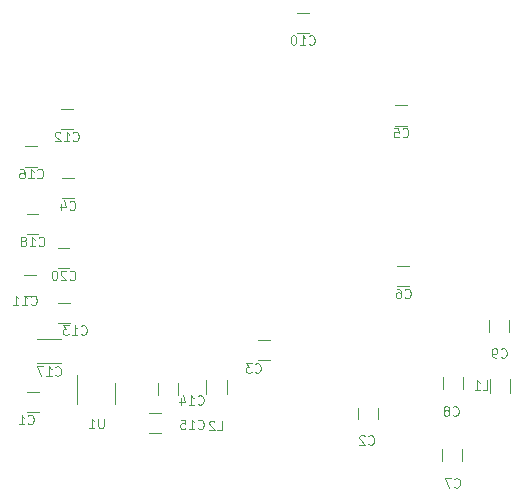
<source format=gbo>
G04 #@! TF.GenerationSoftware,KiCad,Pcbnew,5.1.6-c6e7f7d~87~ubuntu18.04.1*
G04 #@! TF.CreationDate,2020-08-15T23:02:31+05:30*
G04 #@! TF.ProjectId,stm32wb_Dev_v1,73746d33-3277-4625-9f44-65765f76312e,rev?*
G04 #@! TF.SameCoordinates,Original*
G04 #@! TF.FileFunction,Legend,Bot*
G04 #@! TF.FilePolarity,Positive*
%FSLAX46Y46*%
G04 Gerber Fmt 4.6, Leading zero omitted, Abs format (unit mm)*
G04 Created by KiCad (PCBNEW 5.1.6-c6e7f7d~87~ubuntu18.04.1) date 2020-08-15 23:02:31*
%MOMM*%
%LPD*%
G01*
G04 APERTURE LIST*
%ADD10C,0.120000*%
%ADD11C,0.100000*%
G04 APERTURE END LIST*
D10*
X88256600Y-84042400D02*
X86256600Y-84042400D01*
X86256600Y-82002400D02*
X88256600Y-82002400D01*
X85411200Y-86505700D02*
X86411200Y-86505700D01*
X86411200Y-88205700D02*
X85411200Y-88205700D01*
X113412000Y-88813300D02*
X113412000Y-87813300D01*
X115112000Y-87813300D02*
X115112000Y-88813300D01*
X104972000Y-82124200D02*
X105972000Y-82124200D01*
X105972000Y-83824200D02*
X104972000Y-83824200D01*
X89351700Y-70092900D02*
X88351700Y-70092900D01*
X88351700Y-68392900D02*
X89351700Y-68392900D01*
X117546000Y-63936000D02*
X116546000Y-63936000D01*
X116546000Y-62236000D02*
X117546000Y-62236000D01*
X117741000Y-77542800D02*
X116741000Y-77542800D01*
X116741000Y-75842800D02*
X117741000Y-75842800D01*
X120496000Y-92315900D02*
X120496000Y-91315900D01*
X122196000Y-91315900D02*
X122196000Y-92315900D01*
X122300000Y-85239500D02*
X122300000Y-86239500D01*
X120600000Y-86239500D02*
X120600000Y-85239500D01*
X126232000Y-80442900D02*
X126232000Y-81442900D01*
X124532000Y-81442900D02*
X124532000Y-80442900D01*
X108242000Y-54400100D02*
X109242000Y-54400100D01*
X109242000Y-56100100D02*
X108242000Y-56100100D01*
X85141900Y-76627600D02*
X86141900Y-76627600D01*
X86141900Y-78327600D02*
X85141900Y-78327600D01*
X88267900Y-62563600D02*
X89267900Y-62563600D01*
X89267900Y-64263600D02*
X88267900Y-64263600D01*
X89003800Y-80656800D02*
X88003800Y-80656800D01*
X88003800Y-78956800D02*
X89003800Y-78956800D01*
X96462500Y-86717800D02*
X96462500Y-85717800D01*
X98162500Y-85717800D02*
X98162500Y-86717800D01*
X96721000Y-90006500D02*
X95721000Y-90006500D01*
X95721000Y-88306500D02*
X96721000Y-88306500D01*
X86258000Y-67405600D02*
X85258000Y-67405600D01*
X85258000Y-65705600D02*
X86258000Y-65705600D01*
X85352000Y-71448600D02*
X86352000Y-71448600D01*
X86352000Y-73148600D02*
X85352000Y-73148600D01*
X87979100Y-74298400D02*
X88979100Y-74298400D01*
X88979100Y-75998400D02*
X87979100Y-75998400D01*
X126315000Y-86557400D02*
X126315000Y-85357400D01*
X124555000Y-85357400D02*
X124555000Y-86557400D01*
X100540000Y-85485700D02*
X100540000Y-86685700D01*
X102300000Y-86685700D02*
X102300000Y-85485700D01*
X89649700Y-87504000D02*
X89649700Y-85054000D01*
X92869700Y-85704000D02*
X92869700Y-87504000D01*
D11*
X87770885Y-85058114D02*
X87808980Y-85096209D01*
X87923266Y-85134304D01*
X87999457Y-85134304D01*
X88113742Y-85096209D01*
X88189933Y-85020019D01*
X88228028Y-84943828D01*
X88266123Y-84791447D01*
X88266123Y-84677161D01*
X88228028Y-84524780D01*
X88189933Y-84448590D01*
X88113742Y-84372400D01*
X87999457Y-84334304D01*
X87923266Y-84334304D01*
X87808980Y-84372400D01*
X87770885Y-84410495D01*
X87008980Y-85134304D02*
X87466123Y-85134304D01*
X87237552Y-85134304D02*
X87237552Y-84334304D01*
X87313742Y-84448590D01*
X87389933Y-84524780D01*
X87466123Y-84562876D01*
X86742314Y-84334304D02*
X86208980Y-84334304D01*
X86551838Y-85134304D01*
X85454493Y-89162874D02*
X85492588Y-89200969D01*
X85606874Y-89239064D01*
X85683064Y-89239064D01*
X85797350Y-89200969D01*
X85873540Y-89124779D01*
X85911636Y-89048588D01*
X85949731Y-88896207D01*
X85949731Y-88781921D01*
X85911636Y-88629540D01*
X85873540Y-88553350D01*
X85797350Y-88477160D01*
X85683064Y-88439064D01*
X85606874Y-88439064D01*
X85492588Y-88477160D01*
X85454493Y-88515255D01*
X84692588Y-89239064D02*
X85149731Y-89239064D01*
X84921160Y-89239064D02*
X84921160Y-88439064D01*
X84997350Y-88553350D01*
X85073540Y-88629540D01*
X85149731Y-88667636D01*
X114296273Y-90887554D02*
X114334368Y-90925649D01*
X114448654Y-90963744D01*
X114524844Y-90963744D01*
X114639130Y-90925649D01*
X114715320Y-90849459D01*
X114753416Y-90773268D01*
X114791511Y-90620887D01*
X114791511Y-90506601D01*
X114753416Y-90354220D01*
X114715320Y-90278030D01*
X114639130Y-90201840D01*
X114524844Y-90163744D01*
X114448654Y-90163744D01*
X114334368Y-90201840D01*
X114296273Y-90239935D01*
X113991511Y-90239935D02*
X113953416Y-90201840D01*
X113877225Y-90163744D01*
X113686749Y-90163744D01*
X113610559Y-90201840D01*
X113572463Y-90239935D01*
X113534368Y-90316125D01*
X113534368Y-90392316D01*
X113572463Y-90506601D01*
X114029606Y-90963744D01*
X113534368Y-90963744D01*
X104685093Y-84794074D02*
X104723188Y-84832169D01*
X104837474Y-84870264D01*
X104913664Y-84870264D01*
X105027950Y-84832169D01*
X105104140Y-84755979D01*
X105142236Y-84679788D01*
X105180331Y-84527407D01*
X105180331Y-84413121D01*
X105142236Y-84260740D01*
X105104140Y-84184550D01*
X105027950Y-84108360D01*
X104913664Y-84070264D01*
X104837474Y-84070264D01*
X104723188Y-84108360D01*
X104685093Y-84146455D01*
X104418426Y-84070264D02*
X103923188Y-84070264D01*
X104189855Y-84375026D01*
X104075569Y-84375026D01*
X103999379Y-84413121D01*
X103961283Y-84451217D01*
X103923188Y-84527407D01*
X103923188Y-84717883D01*
X103961283Y-84794074D01*
X103999379Y-84832169D01*
X104075569Y-84870264D01*
X104304140Y-84870264D01*
X104380331Y-84832169D01*
X104418426Y-84794074D01*
X88985033Y-71028614D02*
X89023128Y-71066709D01*
X89137414Y-71104804D01*
X89213604Y-71104804D01*
X89327890Y-71066709D01*
X89404080Y-70990519D01*
X89442176Y-70914328D01*
X89480271Y-70761947D01*
X89480271Y-70647661D01*
X89442176Y-70495280D01*
X89404080Y-70419090D01*
X89327890Y-70342900D01*
X89213604Y-70304804D01*
X89137414Y-70304804D01*
X89023128Y-70342900D01*
X88985033Y-70380995D01*
X88299319Y-70571471D02*
X88299319Y-71104804D01*
X88489795Y-70266709D02*
X88680271Y-70838138D01*
X88185033Y-70838138D01*
X117179333Y-64871714D02*
X117217428Y-64909809D01*
X117331714Y-64947904D01*
X117407904Y-64947904D01*
X117522190Y-64909809D01*
X117598380Y-64833619D01*
X117636476Y-64757428D01*
X117674571Y-64605047D01*
X117674571Y-64490761D01*
X117636476Y-64338380D01*
X117598380Y-64262190D01*
X117522190Y-64186000D01*
X117407904Y-64147904D01*
X117331714Y-64147904D01*
X117217428Y-64186000D01*
X117179333Y-64224095D01*
X116455523Y-64147904D02*
X116836476Y-64147904D01*
X116874571Y-64528857D01*
X116836476Y-64490761D01*
X116760285Y-64452666D01*
X116569809Y-64452666D01*
X116493619Y-64490761D01*
X116455523Y-64528857D01*
X116417428Y-64605047D01*
X116417428Y-64795523D01*
X116455523Y-64871714D01*
X116493619Y-64909809D01*
X116569809Y-64947904D01*
X116760285Y-64947904D01*
X116836476Y-64909809D01*
X116874571Y-64871714D01*
X117374333Y-78478514D02*
X117412428Y-78516609D01*
X117526714Y-78554704D01*
X117602904Y-78554704D01*
X117717190Y-78516609D01*
X117793380Y-78440419D01*
X117831476Y-78364228D01*
X117869571Y-78211847D01*
X117869571Y-78097561D01*
X117831476Y-77945180D01*
X117793380Y-77868990D01*
X117717190Y-77792800D01*
X117602904Y-77754704D01*
X117526714Y-77754704D01*
X117412428Y-77792800D01*
X117374333Y-77830895D01*
X116688619Y-77754704D02*
X116841000Y-77754704D01*
X116917190Y-77792800D01*
X116955285Y-77830895D01*
X117031476Y-77945180D01*
X117069571Y-78097561D01*
X117069571Y-78402323D01*
X117031476Y-78478514D01*
X116993380Y-78516609D01*
X116917190Y-78554704D01*
X116764809Y-78554704D01*
X116688619Y-78516609D01*
X116650523Y-78478514D01*
X116612428Y-78402323D01*
X116612428Y-78211847D01*
X116650523Y-78135657D01*
X116688619Y-78097561D01*
X116764809Y-78059466D01*
X116917190Y-78059466D01*
X116993380Y-78097561D01*
X117031476Y-78135657D01*
X117069571Y-78211847D01*
X121555533Y-94506994D02*
X121593628Y-94545089D01*
X121707914Y-94583184D01*
X121784104Y-94583184D01*
X121898390Y-94545089D01*
X121974580Y-94468899D01*
X122012676Y-94392708D01*
X122050771Y-94240327D01*
X122050771Y-94126041D01*
X122012676Y-93973660D01*
X121974580Y-93897470D01*
X121898390Y-93821280D01*
X121784104Y-93783184D01*
X121707914Y-93783184D01*
X121593628Y-93821280D01*
X121555533Y-93859375D01*
X121288866Y-93783184D02*
X120755533Y-93783184D01*
X121098390Y-94583184D01*
X121425853Y-88442534D02*
X121463948Y-88480629D01*
X121578234Y-88518724D01*
X121654424Y-88518724D01*
X121768710Y-88480629D01*
X121844900Y-88404439D01*
X121882996Y-88328248D01*
X121921091Y-88175867D01*
X121921091Y-88061581D01*
X121882996Y-87909200D01*
X121844900Y-87833010D01*
X121768710Y-87756820D01*
X121654424Y-87718724D01*
X121578234Y-87718724D01*
X121463948Y-87756820D01*
X121425853Y-87794915D01*
X120968710Y-88061581D02*
X121044900Y-88023486D01*
X121082996Y-87985391D01*
X121121091Y-87909200D01*
X121121091Y-87871105D01*
X121082996Y-87794915D01*
X121044900Y-87756820D01*
X120968710Y-87718724D01*
X120816329Y-87718724D01*
X120740139Y-87756820D01*
X120702043Y-87794915D01*
X120663948Y-87871105D01*
X120663948Y-87909200D01*
X120702043Y-87985391D01*
X120740139Y-88023486D01*
X120816329Y-88061581D01*
X120968710Y-88061581D01*
X121044900Y-88099677D01*
X121082996Y-88137772D01*
X121121091Y-88213962D01*
X121121091Y-88366343D01*
X121082996Y-88442534D01*
X121044900Y-88480629D01*
X120968710Y-88518724D01*
X120816329Y-88518724D01*
X120740139Y-88480629D01*
X120702043Y-88442534D01*
X120663948Y-88366343D01*
X120663948Y-88213962D01*
X120702043Y-88137772D01*
X120740139Y-88099677D01*
X120816329Y-88061581D01*
X125512813Y-83526594D02*
X125550908Y-83564689D01*
X125665194Y-83602784D01*
X125741384Y-83602784D01*
X125855670Y-83564689D01*
X125931860Y-83488499D01*
X125969956Y-83412308D01*
X126008051Y-83259927D01*
X126008051Y-83145641D01*
X125969956Y-82993260D01*
X125931860Y-82917070D01*
X125855670Y-82840880D01*
X125741384Y-82802784D01*
X125665194Y-82802784D01*
X125550908Y-82840880D01*
X125512813Y-82878975D01*
X125131860Y-83602784D02*
X124979480Y-83602784D01*
X124903289Y-83564689D01*
X124865194Y-83526594D01*
X124789003Y-83412308D01*
X124750908Y-83259927D01*
X124750908Y-82955165D01*
X124789003Y-82878975D01*
X124827099Y-82840880D01*
X124903289Y-82802784D01*
X125055670Y-82802784D01*
X125131860Y-82840880D01*
X125169956Y-82878975D01*
X125208051Y-82955165D01*
X125208051Y-83145641D01*
X125169956Y-83221832D01*
X125131860Y-83259927D01*
X125055670Y-83298022D01*
X124903289Y-83298022D01*
X124827099Y-83259927D01*
X124789003Y-83221832D01*
X124750908Y-83145641D01*
X109256285Y-57035814D02*
X109294380Y-57073909D01*
X109408666Y-57112004D01*
X109484857Y-57112004D01*
X109599142Y-57073909D01*
X109675333Y-56997719D01*
X109713428Y-56921528D01*
X109751523Y-56769147D01*
X109751523Y-56654861D01*
X109713428Y-56502480D01*
X109675333Y-56426290D01*
X109599142Y-56350100D01*
X109484857Y-56312004D01*
X109408666Y-56312004D01*
X109294380Y-56350100D01*
X109256285Y-56388195D01*
X108494380Y-57112004D02*
X108951523Y-57112004D01*
X108722952Y-57112004D02*
X108722952Y-56312004D01*
X108799142Y-56426290D01*
X108875333Y-56502480D01*
X108951523Y-56540576D01*
X107999142Y-56312004D02*
X107922952Y-56312004D01*
X107846761Y-56350100D01*
X107808666Y-56388195D01*
X107770571Y-56464385D01*
X107732476Y-56616766D01*
X107732476Y-56807242D01*
X107770571Y-56959623D01*
X107808666Y-57035814D01*
X107846761Y-57073909D01*
X107922952Y-57112004D01*
X107999142Y-57112004D01*
X108075333Y-57073909D01*
X108113428Y-57035814D01*
X108151523Y-56959623D01*
X108189619Y-56807242D01*
X108189619Y-56616766D01*
X108151523Y-56464385D01*
X108113428Y-56388195D01*
X108075333Y-56350100D01*
X107999142Y-56312004D01*
X85729465Y-79068874D02*
X85767560Y-79106969D01*
X85881846Y-79145064D01*
X85958037Y-79145064D01*
X86072322Y-79106969D01*
X86148513Y-79030779D01*
X86186608Y-78954588D01*
X86224703Y-78802207D01*
X86224703Y-78687921D01*
X86186608Y-78535540D01*
X86148513Y-78459350D01*
X86072322Y-78383160D01*
X85958037Y-78345064D01*
X85881846Y-78345064D01*
X85767560Y-78383160D01*
X85729465Y-78421255D01*
X84967560Y-79145064D02*
X85424703Y-79145064D01*
X85196132Y-79145064D02*
X85196132Y-78345064D01*
X85272322Y-78459350D01*
X85348513Y-78535540D01*
X85424703Y-78573636D01*
X84205656Y-79145064D02*
X84662799Y-79145064D01*
X84434227Y-79145064D02*
X84434227Y-78345064D01*
X84510418Y-78459350D01*
X84586608Y-78535540D01*
X84662799Y-78573636D01*
X89282185Y-65199314D02*
X89320280Y-65237409D01*
X89434566Y-65275504D01*
X89510757Y-65275504D01*
X89625042Y-65237409D01*
X89701233Y-65161219D01*
X89739328Y-65085028D01*
X89777423Y-64932647D01*
X89777423Y-64818361D01*
X89739328Y-64665980D01*
X89701233Y-64589790D01*
X89625042Y-64513600D01*
X89510757Y-64475504D01*
X89434566Y-64475504D01*
X89320280Y-64513600D01*
X89282185Y-64551695D01*
X88520280Y-65275504D02*
X88977423Y-65275504D01*
X88748852Y-65275504D02*
X88748852Y-64475504D01*
X88825042Y-64589790D01*
X88901233Y-64665980D01*
X88977423Y-64704076D01*
X88215519Y-64551695D02*
X88177423Y-64513600D01*
X88101233Y-64475504D01*
X87910757Y-64475504D01*
X87834566Y-64513600D01*
X87796471Y-64551695D01*
X87758376Y-64627885D01*
X87758376Y-64704076D01*
X87796471Y-64818361D01*
X88253614Y-65275504D01*
X87758376Y-65275504D01*
X89945945Y-81583494D02*
X89984040Y-81621589D01*
X90098326Y-81659684D01*
X90174517Y-81659684D01*
X90288802Y-81621589D01*
X90364993Y-81545399D01*
X90403088Y-81469208D01*
X90441183Y-81316827D01*
X90441183Y-81202541D01*
X90403088Y-81050160D01*
X90364993Y-80973970D01*
X90288802Y-80897780D01*
X90174517Y-80859684D01*
X90098326Y-80859684D01*
X89984040Y-80897780D01*
X89945945Y-80935875D01*
X89184040Y-81659684D02*
X89641183Y-81659684D01*
X89412612Y-81659684D02*
X89412612Y-80859684D01*
X89488802Y-80973970D01*
X89564993Y-81050160D01*
X89641183Y-81088256D01*
X88917374Y-80859684D02*
X88422136Y-80859684D01*
X88688802Y-81164446D01*
X88574517Y-81164446D01*
X88498326Y-81202541D01*
X88460231Y-81240637D01*
X88422136Y-81316827D01*
X88422136Y-81507303D01*
X88460231Y-81583494D01*
X88498326Y-81621589D01*
X88574517Y-81659684D01*
X88803088Y-81659684D01*
X88879279Y-81621589D01*
X88917374Y-81583494D01*
X99846065Y-87499154D02*
X99884160Y-87537249D01*
X99998446Y-87575344D01*
X100074637Y-87575344D01*
X100188922Y-87537249D01*
X100265113Y-87461059D01*
X100303208Y-87384868D01*
X100341303Y-87232487D01*
X100341303Y-87118201D01*
X100303208Y-86965820D01*
X100265113Y-86889630D01*
X100188922Y-86813440D01*
X100074637Y-86775344D01*
X99998446Y-86775344D01*
X99884160Y-86813440D01*
X99846065Y-86851535D01*
X99084160Y-87575344D02*
X99541303Y-87575344D01*
X99312732Y-87575344D02*
X99312732Y-86775344D01*
X99388922Y-86889630D01*
X99465113Y-86965820D01*
X99541303Y-87003916D01*
X98398446Y-87042011D02*
X98398446Y-87575344D01*
X98588922Y-86737249D02*
X98779399Y-87308678D01*
X98284160Y-87308678D01*
X99870405Y-89553974D02*
X99908500Y-89592069D01*
X100022786Y-89630164D01*
X100098977Y-89630164D01*
X100213262Y-89592069D01*
X100289453Y-89515879D01*
X100327548Y-89439688D01*
X100365643Y-89287307D01*
X100365643Y-89173021D01*
X100327548Y-89020640D01*
X100289453Y-88944450D01*
X100213262Y-88868260D01*
X100098977Y-88830164D01*
X100022786Y-88830164D01*
X99908500Y-88868260D01*
X99870405Y-88906355D01*
X99108500Y-89630164D02*
X99565643Y-89630164D01*
X99337072Y-89630164D02*
X99337072Y-88830164D01*
X99413262Y-88944450D01*
X99489453Y-89020640D01*
X99565643Y-89058736D01*
X98384691Y-88830164D02*
X98765643Y-88830164D01*
X98803739Y-89211117D01*
X98765643Y-89173021D01*
X98689453Y-89134926D01*
X98498977Y-89134926D01*
X98422786Y-89173021D01*
X98384691Y-89211117D01*
X98346596Y-89287307D01*
X98346596Y-89477783D01*
X98384691Y-89553974D01*
X98422786Y-89592069D01*
X98498977Y-89630164D01*
X98689453Y-89630164D01*
X98765643Y-89592069D01*
X98803739Y-89553974D01*
X86272285Y-68341314D02*
X86310380Y-68379409D01*
X86424666Y-68417504D01*
X86500857Y-68417504D01*
X86615142Y-68379409D01*
X86691333Y-68303219D01*
X86729428Y-68227028D01*
X86767523Y-68074647D01*
X86767523Y-67960361D01*
X86729428Y-67807980D01*
X86691333Y-67731790D01*
X86615142Y-67655600D01*
X86500857Y-67617504D01*
X86424666Y-67617504D01*
X86310380Y-67655600D01*
X86272285Y-67693695D01*
X85510380Y-68417504D02*
X85967523Y-68417504D01*
X85738952Y-68417504D02*
X85738952Y-67617504D01*
X85815142Y-67731790D01*
X85891333Y-67807980D01*
X85967523Y-67846076D01*
X84824666Y-67617504D02*
X84977047Y-67617504D01*
X85053238Y-67655600D01*
X85091333Y-67693695D01*
X85167523Y-67807980D01*
X85205619Y-67960361D01*
X85205619Y-68265123D01*
X85167523Y-68341314D01*
X85129428Y-68379409D01*
X85053238Y-68417504D01*
X84900857Y-68417504D01*
X84824666Y-68379409D01*
X84786571Y-68341314D01*
X84748476Y-68265123D01*
X84748476Y-68074647D01*
X84786571Y-67998457D01*
X84824666Y-67960361D01*
X84900857Y-67922266D01*
X85053238Y-67922266D01*
X85129428Y-67960361D01*
X85167523Y-67998457D01*
X85205619Y-68074647D01*
X86366285Y-74084314D02*
X86404380Y-74122409D01*
X86518666Y-74160504D01*
X86594857Y-74160504D01*
X86709142Y-74122409D01*
X86785333Y-74046219D01*
X86823428Y-73970028D01*
X86861523Y-73817647D01*
X86861523Y-73703361D01*
X86823428Y-73550980D01*
X86785333Y-73474790D01*
X86709142Y-73398600D01*
X86594857Y-73360504D01*
X86518666Y-73360504D01*
X86404380Y-73398600D01*
X86366285Y-73436695D01*
X85604380Y-74160504D02*
X86061523Y-74160504D01*
X85832952Y-74160504D02*
X85832952Y-73360504D01*
X85909142Y-73474790D01*
X85985333Y-73550980D01*
X86061523Y-73589076D01*
X85147238Y-73703361D02*
X85223428Y-73665266D01*
X85261523Y-73627171D01*
X85299619Y-73550980D01*
X85299619Y-73512885D01*
X85261523Y-73436695D01*
X85223428Y-73398600D01*
X85147238Y-73360504D01*
X84994857Y-73360504D01*
X84918666Y-73398600D01*
X84880571Y-73436695D01*
X84842476Y-73512885D01*
X84842476Y-73550980D01*
X84880571Y-73627171D01*
X84918666Y-73665266D01*
X84994857Y-73703361D01*
X85147238Y-73703361D01*
X85223428Y-73741457D01*
X85261523Y-73779552D01*
X85299619Y-73855742D01*
X85299619Y-74008123D01*
X85261523Y-74084314D01*
X85223428Y-74122409D01*
X85147238Y-74160504D01*
X84994857Y-74160504D01*
X84918666Y-74122409D01*
X84880571Y-74084314D01*
X84842476Y-74008123D01*
X84842476Y-73855742D01*
X84880571Y-73779552D01*
X84918666Y-73741457D01*
X84994857Y-73703361D01*
X88993385Y-76934114D02*
X89031480Y-76972209D01*
X89145766Y-77010304D01*
X89221957Y-77010304D01*
X89336242Y-76972209D01*
X89412433Y-76896019D01*
X89450528Y-76819828D01*
X89488623Y-76667447D01*
X89488623Y-76553161D01*
X89450528Y-76400780D01*
X89412433Y-76324590D01*
X89336242Y-76248400D01*
X89221957Y-76210304D01*
X89145766Y-76210304D01*
X89031480Y-76248400D01*
X88993385Y-76286495D01*
X88688623Y-76286495D02*
X88650528Y-76248400D01*
X88574338Y-76210304D01*
X88383861Y-76210304D01*
X88307671Y-76248400D01*
X88269576Y-76286495D01*
X88231480Y-76362685D01*
X88231480Y-76438876D01*
X88269576Y-76553161D01*
X88726719Y-77010304D01*
X88231480Y-77010304D01*
X87736242Y-76210304D02*
X87660052Y-76210304D01*
X87583861Y-76248400D01*
X87545766Y-76286495D01*
X87507671Y-76362685D01*
X87469576Y-76515066D01*
X87469576Y-76705542D01*
X87507671Y-76857923D01*
X87545766Y-76934114D01*
X87583861Y-76972209D01*
X87660052Y-77010304D01*
X87736242Y-77010304D01*
X87812433Y-76972209D01*
X87850528Y-76934114D01*
X87888623Y-76857923D01*
X87926719Y-76705542D01*
X87926719Y-76515066D01*
X87888623Y-76362685D01*
X87850528Y-76286495D01*
X87812433Y-76248400D01*
X87736242Y-76210304D01*
X123980833Y-86292644D02*
X124361785Y-86292644D01*
X124361785Y-85492644D01*
X123295119Y-86292644D02*
X123752261Y-86292644D01*
X123523690Y-86292644D02*
X123523690Y-85492644D01*
X123599880Y-85606930D01*
X123676071Y-85683120D01*
X123752261Y-85721216D01*
X101487293Y-89726744D02*
X101868245Y-89726744D01*
X101868245Y-88926744D01*
X101258721Y-89002935D02*
X101220626Y-88964840D01*
X101144436Y-88926744D01*
X100953960Y-88926744D01*
X100877769Y-88964840D01*
X100839674Y-89002935D01*
X100801579Y-89079125D01*
X100801579Y-89155316D01*
X100839674Y-89269601D01*
X101296817Y-89726744D01*
X100801579Y-89726744D01*
X91894623Y-88744004D02*
X91894623Y-89391623D01*
X91856528Y-89467814D01*
X91818433Y-89505909D01*
X91742242Y-89544004D01*
X91589861Y-89544004D01*
X91513671Y-89505909D01*
X91475576Y-89467814D01*
X91437480Y-89391623D01*
X91437480Y-88744004D01*
X90637480Y-89544004D02*
X91094623Y-89544004D01*
X90866052Y-89544004D02*
X90866052Y-88744004D01*
X90942242Y-88858290D01*
X91018433Y-88934480D01*
X91094623Y-88972576D01*
M02*

</source>
